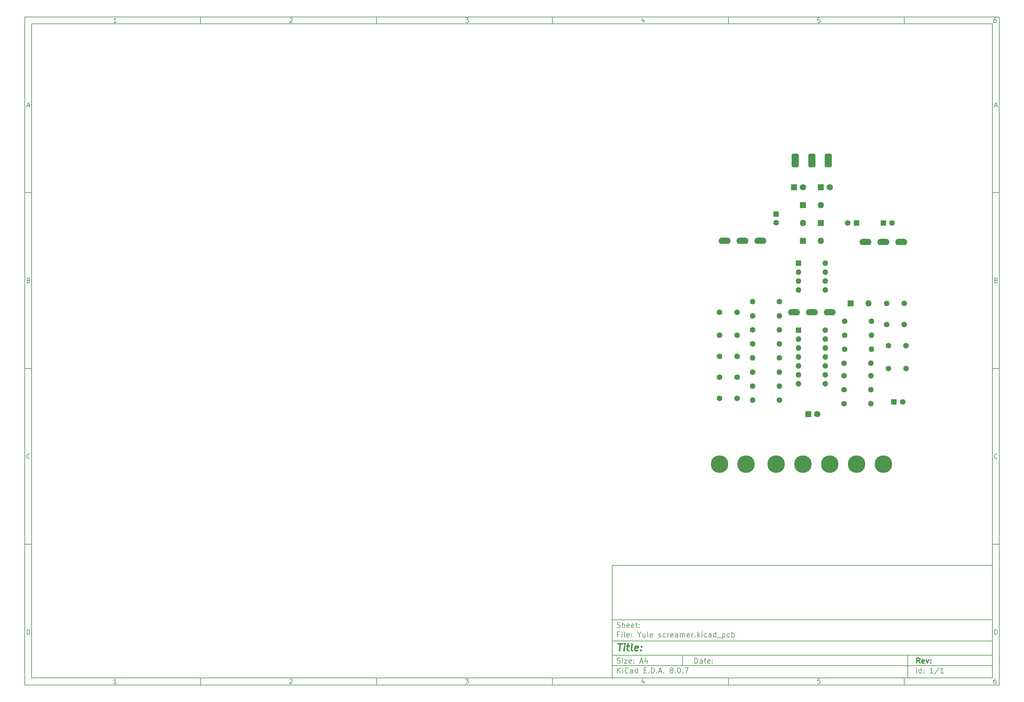
<source format=gbr>
%TF.GenerationSoftware,KiCad,Pcbnew,8.0.7*%
%TF.CreationDate,2024-12-12T07:23:30-07:00*%
%TF.ProjectId,Yule screamer,59756c65-2073-4637-9265-616d65722e6b,rev?*%
%TF.SameCoordinates,Original*%
%TF.FileFunction,Soldermask,Top*%
%TF.FilePolarity,Negative*%
%FSLAX46Y46*%
G04 Gerber Fmt 4.6, Leading zero omitted, Abs format (unit mm)*
G04 Created by KiCad (PCBNEW 8.0.7) date 2024-12-12 07:23:30*
%MOMM*%
%LPD*%
G01*
G04 APERTURE LIST*
G04 Aperture macros list*
%AMRoundRect*
0 Rectangle with rounded corners*
0 $1 Rounding radius*
0 $2 $3 $4 $5 $6 $7 $8 $9 X,Y pos of 4 corners*
0 Add a 4 corners polygon primitive as box body*
4,1,4,$2,$3,$4,$5,$6,$7,$8,$9,$2,$3,0*
0 Add four circle primitives for the rounded corners*
1,1,$1+$1,$2,$3*
1,1,$1+$1,$4,$5*
1,1,$1+$1,$6,$7*
1,1,$1+$1,$8,$9*
0 Add four rect primitives between the rounded corners*
20,1,$1+$1,$2,$3,$4,$5,0*
20,1,$1+$1,$4,$5,$6,$7,0*
20,1,$1+$1,$6,$7,$8,$9,0*
20,1,$1+$1,$8,$9,$2,$3,0*%
G04 Aperture macros list end*
%ADD10C,0.100000*%
%ADD11C,0.150000*%
%ADD12C,0.300000*%
%ADD13C,0.400000*%
%ADD14C,1.600000*%
%ADD15O,1.600000X1.600000*%
%ADD16C,2.900000*%
%ADD17C,5.000000*%
%ADD18R,1.800000X1.800000*%
%ADD19C,1.800000*%
%ADD20O,3.454400X1.778000*%
%ADD21R,1.600000X1.600000*%
%ADD22O,1.800000X1.800000*%
%ADD23RoundRect,0.525000X-0.525000X1.425000X-0.525000X-1.425000X0.525000X-1.425000X0.525000X1.425000X0*%
G04 APERTURE END LIST*
D10*
D11*
X177002200Y-166007200D02*
X285002200Y-166007200D01*
X285002200Y-198007200D01*
X177002200Y-198007200D01*
X177002200Y-166007200D01*
D10*
D11*
X10000000Y-10000000D02*
X287002200Y-10000000D01*
X287002200Y-200007200D01*
X10000000Y-200007200D01*
X10000000Y-10000000D01*
D10*
D11*
X12000000Y-12000000D02*
X285002200Y-12000000D01*
X285002200Y-198007200D01*
X12000000Y-198007200D01*
X12000000Y-12000000D01*
D10*
D11*
X60000000Y-12000000D02*
X60000000Y-10000000D01*
D10*
D11*
X110000000Y-12000000D02*
X110000000Y-10000000D01*
D10*
D11*
X160000000Y-12000000D02*
X160000000Y-10000000D01*
D10*
D11*
X210000000Y-12000000D02*
X210000000Y-10000000D01*
D10*
D11*
X260000000Y-12000000D02*
X260000000Y-10000000D01*
D10*
D11*
X36089160Y-11593604D02*
X35346303Y-11593604D01*
X35717731Y-11593604D02*
X35717731Y-10293604D01*
X35717731Y-10293604D02*
X35593922Y-10479319D01*
X35593922Y-10479319D02*
X35470112Y-10603128D01*
X35470112Y-10603128D02*
X35346303Y-10665033D01*
D10*
D11*
X85346303Y-10417414D02*
X85408207Y-10355509D01*
X85408207Y-10355509D02*
X85532017Y-10293604D01*
X85532017Y-10293604D02*
X85841541Y-10293604D01*
X85841541Y-10293604D02*
X85965350Y-10355509D01*
X85965350Y-10355509D02*
X86027255Y-10417414D01*
X86027255Y-10417414D02*
X86089160Y-10541223D01*
X86089160Y-10541223D02*
X86089160Y-10665033D01*
X86089160Y-10665033D02*
X86027255Y-10850747D01*
X86027255Y-10850747D02*
X85284398Y-11593604D01*
X85284398Y-11593604D02*
X86089160Y-11593604D01*
D10*
D11*
X135284398Y-10293604D02*
X136089160Y-10293604D01*
X136089160Y-10293604D02*
X135655826Y-10788842D01*
X135655826Y-10788842D02*
X135841541Y-10788842D01*
X135841541Y-10788842D02*
X135965350Y-10850747D01*
X135965350Y-10850747D02*
X136027255Y-10912652D01*
X136027255Y-10912652D02*
X136089160Y-11036461D01*
X136089160Y-11036461D02*
X136089160Y-11345985D01*
X136089160Y-11345985D02*
X136027255Y-11469795D01*
X136027255Y-11469795D02*
X135965350Y-11531700D01*
X135965350Y-11531700D02*
X135841541Y-11593604D01*
X135841541Y-11593604D02*
X135470112Y-11593604D01*
X135470112Y-11593604D02*
X135346303Y-11531700D01*
X135346303Y-11531700D02*
X135284398Y-11469795D01*
D10*
D11*
X185965350Y-10726938D02*
X185965350Y-11593604D01*
X185655826Y-10231700D02*
X185346303Y-11160271D01*
X185346303Y-11160271D02*
X186151064Y-11160271D01*
D10*
D11*
X236027255Y-10293604D02*
X235408207Y-10293604D01*
X235408207Y-10293604D02*
X235346303Y-10912652D01*
X235346303Y-10912652D02*
X235408207Y-10850747D01*
X235408207Y-10850747D02*
X235532017Y-10788842D01*
X235532017Y-10788842D02*
X235841541Y-10788842D01*
X235841541Y-10788842D02*
X235965350Y-10850747D01*
X235965350Y-10850747D02*
X236027255Y-10912652D01*
X236027255Y-10912652D02*
X236089160Y-11036461D01*
X236089160Y-11036461D02*
X236089160Y-11345985D01*
X236089160Y-11345985D02*
X236027255Y-11469795D01*
X236027255Y-11469795D02*
X235965350Y-11531700D01*
X235965350Y-11531700D02*
X235841541Y-11593604D01*
X235841541Y-11593604D02*
X235532017Y-11593604D01*
X235532017Y-11593604D02*
X235408207Y-11531700D01*
X235408207Y-11531700D02*
X235346303Y-11469795D01*
D10*
D11*
X285965350Y-10293604D02*
X285717731Y-10293604D01*
X285717731Y-10293604D02*
X285593922Y-10355509D01*
X285593922Y-10355509D02*
X285532017Y-10417414D01*
X285532017Y-10417414D02*
X285408207Y-10603128D01*
X285408207Y-10603128D02*
X285346303Y-10850747D01*
X285346303Y-10850747D02*
X285346303Y-11345985D01*
X285346303Y-11345985D02*
X285408207Y-11469795D01*
X285408207Y-11469795D02*
X285470112Y-11531700D01*
X285470112Y-11531700D02*
X285593922Y-11593604D01*
X285593922Y-11593604D02*
X285841541Y-11593604D01*
X285841541Y-11593604D02*
X285965350Y-11531700D01*
X285965350Y-11531700D02*
X286027255Y-11469795D01*
X286027255Y-11469795D02*
X286089160Y-11345985D01*
X286089160Y-11345985D02*
X286089160Y-11036461D01*
X286089160Y-11036461D02*
X286027255Y-10912652D01*
X286027255Y-10912652D02*
X285965350Y-10850747D01*
X285965350Y-10850747D02*
X285841541Y-10788842D01*
X285841541Y-10788842D02*
X285593922Y-10788842D01*
X285593922Y-10788842D02*
X285470112Y-10850747D01*
X285470112Y-10850747D02*
X285408207Y-10912652D01*
X285408207Y-10912652D02*
X285346303Y-11036461D01*
D10*
D11*
X60000000Y-198007200D02*
X60000000Y-200007200D01*
D10*
D11*
X110000000Y-198007200D02*
X110000000Y-200007200D01*
D10*
D11*
X160000000Y-198007200D02*
X160000000Y-200007200D01*
D10*
D11*
X210000000Y-198007200D02*
X210000000Y-200007200D01*
D10*
D11*
X260000000Y-198007200D02*
X260000000Y-200007200D01*
D10*
D11*
X36089160Y-199600804D02*
X35346303Y-199600804D01*
X35717731Y-199600804D02*
X35717731Y-198300804D01*
X35717731Y-198300804D02*
X35593922Y-198486519D01*
X35593922Y-198486519D02*
X35470112Y-198610328D01*
X35470112Y-198610328D02*
X35346303Y-198672233D01*
D10*
D11*
X85346303Y-198424614D02*
X85408207Y-198362709D01*
X85408207Y-198362709D02*
X85532017Y-198300804D01*
X85532017Y-198300804D02*
X85841541Y-198300804D01*
X85841541Y-198300804D02*
X85965350Y-198362709D01*
X85965350Y-198362709D02*
X86027255Y-198424614D01*
X86027255Y-198424614D02*
X86089160Y-198548423D01*
X86089160Y-198548423D02*
X86089160Y-198672233D01*
X86089160Y-198672233D02*
X86027255Y-198857947D01*
X86027255Y-198857947D02*
X85284398Y-199600804D01*
X85284398Y-199600804D02*
X86089160Y-199600804D01*
D10*
D11*
X135284398Y-198300804D02*
X136089160Y-198300804D01*
X136089160Y-198300804D02*
X135655826Y-198796042D01*
X135655826Y-198796042D02*
X135841541Y-198796042D01*
X135841541Y-198796042D02*
X135965350Y-198857947D01*
X135965350Y-198857947D02*
X136027255Y-198919852D01*
X136027255Y-198919852D02*
X136089160Y-199043661D01*
X136089160Y-199043661D02*
X136089160Y-199353185D01*
X136089160Y-199353185D02*
X136027255Y-199476995D01*
X136027255Y-199476995D02*
X135965350Y-199538900D01*
X135965350Y-199538900D02*
X135841541Y-199600804D01*
X135841541Y-199600804D02*
X135470112Y-199600804D01*
X135470112Y-199600804D02*
X135346303Y-199538900D01*
X135346303Y-199538900D02*
X135284398Y-199476995D01*
D10*
D11*
X185965350Y-198734138D02*
X185965350Y-199600804D01*
X185655826Y-198238900D02*
X185346303Y-199167471D01*
X185346303Y-199167471D02*
X186151064Y-199167471D01*
D10*
D11*
X236027255Y-198300804D02*
X235408207Y-198300804D01*
X235408207Y-198300804D02*
X235346303Y-198919852D01*
X235346303Y-198919852D02*
X235408207Y-198857947D01*
X235408207Y-198857947D02*
X235532017Y-198796042D01*
X235532017Y-198796042D02*
X235841541Y-198796042D01*
X235841541Y-198796042D02*
X235965350Y-198857947D01*
X235965350Y-198857947D02*
X236027255Y-198919852D01*
X236027255Y-198919852D02*
X236089160Y-199043661D01*
X236089160Y-199043661D02*
X236089160Y-199353185D01*
X236089160Y-199353185D02*
X236027255Y-199476995D01*
X236027255Y-199476995D02*
X235965350Y-199538900D01*
X235965350Y-199538900D02*
X235841541Y-199600804D01*
X235841541Y-199600804D02*
X235532017Y-199600804D01*
X235532017Y-199600804D02*
X235408207Y-199538900D01*
X235408207Y-199538900D02*
X235346303Y-199476995D01*
D10*
D11*
X285965350Y-198300804D02*
X285717731Y-198300804D01*
X285717731Y-198300804D02*
X285593922Y-198362709D01*
X285593922Y-198362709D02*
X285532017Y-198424614D01*
X285532017Y-198424614D02*
X285408207Y-198610328D01*
X285408207Y-198610328D02*
X285346303Y-198857947D01*
X285346303Y-198857947D02*
X285346303Y-199353185D01*
X285346303Y-199353185D02*
X285408207Y-199476995D01*
X285408207Y-199476995D02*
X285470112Y-199538900D01*
X285470112Y-199538900D02*
X285593922Y-199600804D01*
X285593922Y-199600804D02*
X285841541Y-199600804D01*
X285841541Y-199600804D02*
X285965350Y-199538900D01*
X285965350Y-199538900D02*
X286027255Y-199476995D01*
X286027255Y-199476995D02*
X286089160Y-199353185D01*
X286089160Y-199353185D02*
X286089160Y-199043661D01*
X286089160Y-199043661D02*
X286027255Y-198919852D01*
X286027255Y-198919852D02*
X285965350Y-198857947D01*
X285965350Y-198857947D02*
X285841541Y-198796042D01*
X285841541Y-198796042D02*
X285593922Y-198796042D01*
X285593922Y-198796042D02*
X285470112Y-198857947D01*
X285470112Y-198857947D02*
X285408207Y-198919852D01*
X285408207Y-198919852D02*
X285346303Y-199043661D01*
D10*
D11*
X10000000Y-60000000D02*
X12000000Y-60000000D01*
D10*
D11*
X10000000Y-110000000D02*
X12000000Y-110000000D01*
D10*
D11*
X10000000Y-160000000D02*
X12000000Y-160000000D01*
D10*
D11*
X10690476Y-35222176D02*
X11309523Y-35222176D01*
X10566666Y-35593604D02*
X10999999Y-34293604D01*
X10999999Y-34293604D02*
X11433333Y-35593604D01*
D10*
D11*
X11092857Y-84912652D02*
X11278571Y-84974557D01*
X11278571Y-84974557D02*
X11340476Y-85036461D01*
X11340476Y-85036461D02*
X11402380Y-85160271D01*
X11402380Y-85160271D02*
X11402380Y-85345985D01*
X11402380Y-85345985D02*
X11340476Y-85469795D01*
X11340476Y-85469795D02*
X11278571Y-85531700D01*
X11278571Y-85531700D02*
X11154761Y-85593604D01*
X11154761Y-85593604D02*
X10659523Y-85593604D01*
X10659523Y-85593604D02*
X10659523Y-84293604D01*
X10659523Y-84293604D02*
X11092857Y-84293604D01*
X11092857Y-84293604D02*
X11216666Y-84355509D01*
X11216666Y-84355509D02*
X11278571Y-84417414D01*
X11278571Y-84417414D02*
X11340476Y-84541223D01*
X11340476Y-84541223D02*
X11340476Y-84665033D01*
X11340476Y-84665033D02*
X11278571Y-84788842D01*
X11278571Y-84788842D02*
X11216666Y-84850747D01*
X11216666Y-84850747D02*
X11092857Y-84912652D01*
X11092857Y-84912652D02*
X10659523Y-84912652D01*
D10*
D11*
X11402380Y-135469795D02*
X11340476Y-135531700D01*
X11340476Y-135531700D02*
X11154761Y-135593604D01*
X11154761Y-135593604D02*
X11030952Y-135593604D01*
X11030952Y-135593604D02*
X10845238Y-135531700D01*
X10845238Y-135531700D02*
X10721428Y-135407890D01*
X10721428Y-135407890D02*
X10659523Y-135284080D01*
X10659523Y-135284080D02*
X10597619Y-135036461D01*
X10597619Y-135036461D02*
X10597619Y-134850747D01*
X10597619Y-134850747D02*
X10659523Y-134603128D01*
X10659523Y-134603128D02*
X10721428Y-134479319D01*
X10721428Y-134479319D02*
X10845238Y-134355509D01*
X10845238Y-134355509D02*
X11030952Y-134293604D01*
X11030952Y-134293604D02*
X11154761Y-134293604D01*
X11154761Y-134293604D02*
X11340476Y-134355509D01*
X11340476Y-134355509D02*
X11402380Y-134417414D01*
D10*
D11*
X10659523Y-185593604D02*
X10659523Y-184293604D01*
X10659523Y-184293604D02*
X10969047Y-184293604D01*
X10969047Y-184293604D02*
X11154761Y-184355509D01*
X11154761Y-184355509D02*
X11278571Y-184479319D01*
X11278571Y-184479319D02*
X11340476Y-184603128D01*
X11340476Y-184603128D02*
X11402380Y-184850747D01*
X11402380Y-184850747D02*
X11402380Y-185036461D01*
X11402380Y-185036461D02*
X11340476Y-185284080D01*
X11340476Y-185284080D02*
X11278571Y-185407890D01*
X11278571Y-185407890D02*
X11154761Y-185531700D01*
X11154761Y-185531700D02*
X10969047Y-185593604D01*
X10969047Y-185593604D02*
X10659523Y-185593604D01*
D10*
D11*
X287002200Y-60000000D02*
X285002200Y-60000000D01*
D10*
D11*
X287002200Y-110000000D02*
X285002200Y-110000000D01*
D10*
D11*
X287002200Y-160000000D02*
X285002200Y-160000000D01*
D10*
D11*
X285692676Y-35222176D02*
X286311723Y-35222176D01*
X285568866Y-35593604D02*
X286002199Y-34293604D01*
X286002199Y-34293604D02*
X286435533Y-35593604D01*
D10*
D11*
X286095057Y-84912652D02*
X286280771Y-84974557D01*
X286280771Y-84974557D02*
X286342676Y-85036461D01*
X286342676Y-85036461D02*
X286404580Y-85160271D01*
X286404580Y-85160271D02*
X286404580Y-85345985D01*
X286404580Y-85345985D02*
X286342676Y-85469795D01*
X286342676Y-85469795D02*
X286280771Y-85531700D01*
X286280771Y-85531700D02*
X286156961Y-85593604D01*
X286156961Y-85593604D02*
X285661723Y-85593604D01*
X285661723Y-85593604D02*
X285661723Y-84293604D01*
X285661723Y-84293604D02*
X286095057Y-84293604D01*
X286095057Y-84293604D02*
X286218866Y-84355509D01*
X286218866Y-84355509D02*
X286280771Y-84417414D01*
X286280771Y-84417414D02*
X286342676Y-84541223D01*
X286342676Y-84541223D02*
X286342676Y-84665033D01*
X286342676Y-84665033D02*
X286280771Y-84788842D01*
X286280771Y-84788842D02*
X286218866Y-84850747D01*
X286218866Y-84850747D02*
X286095057Y-84912652D01*
X286095057Y-84912652D02*
X285661723Y-84912652D01*
D10*
D11*
X286404580Y-135469795D02*
X286342676Y-135531700D01*
X286342676Y-135531700D02*
X286156961Y-135593604D01*
X286156961Y-135593604D02*
X286033152Y-135593604D01*
X286033152Y-135593604D02*
X285847438Y-135531700D01*
X285847438Y-135531700D02*
X285723628Y-135407890D01*
X285723628Y-135407890D02*
X285661723Y-135284080D01*
X285661723Y-135284080D02*
X285599819Y-135036461D01*
X285599819Y-135036461D02*
X285599819Y-134850747D01*
X285599819Y-134850747D02*
X285661723Y-134603128D01*
X285661723Y-134603128D02*
X285723628Y-134479319D01*
X285723628Y-134479319D02*
X285847438Y-134355509D01*
X285847438Y-134355509D02*
X286033152Y-134293604D01*
X286033152Y-134293604D02*
X286156961Y-134293604D01*
X286156961Y-134293604D02*
X286342676Y-134355509D01*
X286342676Y-134355509D02*
X286404580Y-134417414D01*
D10*
D11*
X285661723Y-185593604D02*
X285661723Y-184293604D01*
X285661723Y-184293604D02*
X285971247Y-184293604D01*
X285971247Y-184293604D02*
X286156961Y-184355509D01*
X286156961Y-184355509D02*
X286280771Y-184479319D01*
X286280771Y-184479319D02*
X286342676Y-184603128D01*
X286342676Y-184603128D02*
X286404580Y-184850747D01*
X286404580Y-184850747D02*
X286404580Y-185036461D01*
X286404580Y-185036461D02*
X286342676Y-185284080D01*
X286342676Y-185284080D02*
X286280771Y-185407890D01*
X286280771Y-185407890D02*
X286156961Y-185531700D01*
X286156961Y-185531700D02*
X285971247Y-185593604D01*
X285971247Y-185593604D02*
X285661723Y-185593604D01*
D10*
D11*
X200458026Y-193793328D02*
X200458026Y-192293328D01*
X200458026Y-192293328D02*
X200815169Y-192293328D01*
X200815169Y-192293328D02*
X201029455Y-192364757D01*
X201029455Y-192364757D02*
X201172312Y-192507614D01*
X201172312Y-192507614D02*
X201243741Y-192650471D01*
X201243741Y-192650471D02*
X201315169Y-192936185D01*
X201315169Y-192936185D02*
X201315169Y-193150471D01*
X201315169Y-193150471D02*
X201243741Y-193436185D01*
X201243741Y-193436185D02*
X201172312Y-193579042D01*
X201172312Y-193579042D02*
X201029455Y-193721900D01*
X201029455Y-193721900D02*
X200815169Y-193793328D01*
X200815169Y-193793328D02*
X200458026Y-193793328D01*
X202600884Y-193793328D02*
X202600884Y-193007614D01*
X202600884Y-193007614D02*
X202529455Y-192864757D01*
X202529455Y-192864757D02*
X202386598Y-192793328D01*
X202386598Y-192793328D02*
X202100884Y-192793328D01*
X202100884Y-192793328D02*
X201958026Y-192864757D01*
X202600884Y-193721900D02*
X202458026Y-193793328D01*
X202458026Y-193793328D02*
X202100884Y-193793328D01*
X202100884Y-193793328D02*
X201958026Y-193721900D01*
X201958026Y-193721900D02*
X201886598Y-193579042D01*
X201886598Y-193579042D02*
X201886598Y-193436185D01*
X201886598Y-193436185D02*
X201958026Y-193293328D01*
X201958026Y-193293328D02*
X202100884Y-193221900D01*
X202100884Y-193221900D02*
X202458026Y-193221900D01*
X202458026Y-193221900D02*
X202600884Y-193150471D01*
X203100884Y-192793328D02*
X203672312Y-192793328D01*
X203315169Y-192293328D02*
X203315169Y-193579042D01*
X203315169Y-193579042D02*
X203386598Y-193721900D01*
X203386598Y-193721900D02*
X203529455Y-193793328D01*
X203529455Y-193793328D02*
X203672312Y-193793328D01*
X204743741Y-193721900D02*
X204600884Y-193793328D01*
X204600884Y-193793328D02*
X204315170Y-193793328D01*
X204315170Y-193793328D02*
X204172312Y-193721900D01*
X204172312Y-193721900D02*
X204100884Y-193579042D01*
X204100884Y-193579042D02*
X204100884Y-193007614D01*
X204100884Y-193007614D02*
X204172312Y-192864757D01*
X204172312Y-192864757D02*
X204315170Y-192793328D01*
X204315170Y-192793328D02*
X204600884Y-192793328D01*
X204600884Y-192793328D02*
X204743741Y-192864757D01*
X204743741Y-192864757D02*
X204815170Y-193007614D01*
X204815170Y-193007614D02*
X204815170Y-193150471D01*
X204815170Y-193150471D02*
X204100884Y-193293328D01*
X205458026Y-193650471D02*
X205529455Y-193721900D01*
X205529455Y-193721900D02*
X205458026Y-193793328D01*
X205458026Y-193793328D02*
X205386598Y-193721900D01*
X205386598Y-193721900D02*
X205458026Y-193650471D01*
X205458026Y-193650471D02*
X205458026Y-193793328D01*
X205458026Y-192864757D02*
X205529455Y-192936185D01*
X205529455Y-192936185D02*
X205458026Y-193007614D01*
X205458026Y-193007614D02*
X205386598Y-192936185D01*
X205386598Y-192936185D02*
X205458026Y-192864757D01*
X205458026Y-192864757D02*
X205458026Y-193007614D01*
D10*
D11*
X177002200Y-194507200D02*
X285002200Y-194507200D01*
D10*
D11*
X178458026Y-196593328D02*
X178458026Y-195093328D01*
X179315169Y-196593328D02*
X178672312Y-195736185D01*
X179315169Y-195093328D02*
X178458026Y-195950471D01*
X179958026Y-196593328D02*
X179958026Y-195593328D01*
X179958026Y-195093328D02*
X179886598Y-195164757D01*
X179886598Y-195164757D02*
X179958026Y-195236185D01*
X179958026Y-195236185D02*
X180029455Y-195164757D01*
X180029455Y-195164757D02*
X179958026Y-195093328D01*
X179958026Y-195093328D02*
X179958026Y-195236185D01*
X181529455Y-196450471D02*
X181458027Y-196521900D01*
X181458027Y-196521900D02*
X181243741Y-196593328D01*
X181243741Y-196593328D02*
X181100884Y-196593328D01*
X181100884Y-196593328D02*
X180886598Y-196521900D01*
X180886598Y-196521900D02*
X180743741Y-196379042D01*
X180743741Y-196379042D02*
X180672312Y-196236185D01*
X180672312Y-196236185D02*
X180600884Y-195950471D01*
X180600884Y-195950471D02*
X180600884Y-195736185D01*
X180600884Y-195736185D02*
X180672312Y-195450471D01*
X180672312Y-195450471D02*
X180743741Y-195307614D01*
X180743741Y-195307614D02*
X180886598Y-195164757D01*
X180886598Y-195164757D02*
X181100884Y-195093328D01*
X181100884Y-195093328D02*
X181243741Y-195093328D01*
X181243741Y-195093328D02*
X181458027Y-195164757D01*
X181458027Y-195164757D02*
X181529455Y-195236185D01*
X182815170Y-196593328D02*
X182815170Y-195807614D01*
X182815170Y-195807614D02*
X182743741Y-195664757D01*
X182743741Y-195664757D02*
X182600884Y-195593328D01*
X182600884Y-195593328D02*
X182315170Y-195593328D01*
X182315170Y-195593328D02*
X182172312Y-195664757D01*
X182815170Y-196521900D02*
X182672312Y-196593328D01*
X182672312Y-196593328D02*
X182315170Y-196593328D01*
X182315170Y-196593328D02*
X182172312Y-196521900D01*
X182172312Y-196521900D02*
X182100884Y-196379042D01*
X182100884Y-196379042D02*
X182100884Y-196236185D01*
X182100884Y-196236185D02*
X182172312Y-196093328D01*
X182172312Y-196093328D02*
X182315170Y-196021900D01*
X182315170Y-196021900D02*
X182672312Y-196021900D01*
X182672312Y-196021900D02*
X182815170Y-195950471D01*
X184172313Y-196593328D02*
X184172313Y-195093328D01*
X184172313Y-196521900D02*
X184029455Y-196593328D01*
X184029455Y-196593328D02*
X183743741Y-196593328D01*
X183743741Y-196593328D02*
X183600884Y-196521900D01*
X183600884Y-196521900D02*
X183529455Y-196450471D01*
X183529455Y-196450471D02*
X183458027Y-196307614D01*
X183458027Y-196307614D02*
X183458027Y-195879042D01*
X183458027Y-195879042D02*
X183529455Y-195736185D01*
X183529455Y-195736185D02*
X183600884Y-195664757D01*
X183600884Y-195664757D02*
X183743741Y-195593328D01*
X183743741Y-195593328D02*
X184029455Y-195593328D01*
X184029455Y-195593328D02*
X184172313Y-195664757D01*
X186029455Y-195807614D02*
X186529455Y-195807614D01*
X186743741Y-196593328D02*
X186029455Y-196593328D01*
X186029455Y-196593328D02*
X186029455Y-195093328D01*
X186029455Y-195093328D02*
X186743741Y-195093328D01*
X187386598Y-196450471D02*
X187458027Y-196521900D01*
X187458027Y-196521900D02*
X187386598Y-196593328D01*
X187386598Y-196593328D02*
X187315170Y-196521900D01*
X187315170Y-196521900D02*
X187386598Y-196450471D01*
X187386598Y-196450471D02*
X187386598Y-196593328D01*
X188100884Y-196593328D02*
X188100884Y-195093328D01*
X188100884Y-195093328D02*
X188458027Y-195093328D01*
X188458027Y-195093328D02*
X188672313Y-195164757D01*
X188672313Y-195164757D02*
X188815170Y-195307614D01*
X188815170Y-195307614D02*
X188886599Y-195450471D01*
X188886599Y-195450471D02*
X188958027Y-195736185D01*
X188958027Y-195736185D02*
X188958027Y-195950471D01*
X188958027Y-195950471D02*
X188886599Y-196236185D01*
X188886599Y-196236185D02*
X188815170Y-196379042D01*
X188815170Y-196379042D02*
X188672313Y-196521900D01*
X188672313Y-196521900D02*
X188458027Y-196593328D01*
X188458027Y-196593328D02*
X188100884Y-196593328D01*
X189600884Y-196450471D02*
X189672313Y-196521900D01*
X189672313Y-196521900D02*
X189600884Y-196593328D01*
X189600884Y-196593328D02*
X189529456Y-196521900D01*
X189529456Y-196521900D02*
X189600884Y-196450471D01*
X189600884Y-196450471D02*
X189600884Y-196593328D01*
X190243742Y-196164757D02*
X190958028Y-196164757D01*
X190100885Y-196593328D02*
X190600885Y-195093328D01*
X190600885Y-195093328D02*
X191100885Y-196593328D01*
X191600884Y-196450471D02*
X191672313Y-196521900D01*
X191672313Y-196521900D02*
X191600884Y-196593328D01*
X191600884Y-196593328D02*
X191529456Y-196521900D01*
X191529456Y-196521900D02*
X191600884Y-196450471D01*
X191600884Y-196450471D02*
X191600884Y-196593328D01*
X193672313Y-195736185D02*
X193529456Y-195664757D01*
X193529456Y-195664757D02*
X193458027Y-195593328D01*
X193458027Y-195593328D02*
X193386599Y-195450471D01*
X193386599Y-195450471D02*
X193386599Y-195379042D01*
X193386599Y-195379042D02*
X193458027Y-195236185D01*
X193458027Y-195236185D02*
X193529456Y-195164757D01*
X193529456Y-195164757D02*
X193672313Y-195093328D01*
X193672313Y-195093328D02*
X193958027Y-195093328D01*
X193958027Y-195093328D02*
X194100885Y-195164757D01*
X194100885Y-195164757D02*
X194172313Y-195236185D01*
X194172313Y-195236185D02*
X194243742Y-195379042D01*
X194243742Y-195379042D02*
X194243742Y-195450471D01*
X194243742Y-195450471D02*
X194172313Y-195593328D01*
X194172313Y-195593328D02*
X194100885Y-195664757D01*
X194100885Y-195664757D02*
X193958027Y-195736185D01*
X193958027Y-195736185D02*
X193672313Y-195736185D01*
X193672313Y-195736185D02*
X193529456Y-195807614D01*
X193529456Y-195807614D02*
X193458027Y-195879042D01*
X193458027Y-195879042D02*
X193386599Y-196021900D01*
X193386599Y-196021900D02*
X193386599Y-196307614D01*
X193386599Y-196307614D02*
X193458027Y-196450471D01*
X193458027Y-196450471D02*
X193529456Y-196521900D01*
X193529456Y-196521900D02*
X193672313Y-196593328D01*
X193672313Y-196593328D02*
X193958027Y-196593328D01*
X193958027Y-196593328D02*
X194100885Y-196521900D01*
X194100885Y-196521900D02*
X194172313Y-196450471D01*
X194172313Y-196450471D02*
X194243742Y-196307614D01*
X194243742Y-196307614D02*
X194243742Y-196021900D01*
X194243742Y-196021900D02*
X194172313Y-195879042D01*
X194172313Y-195879042D02*
X194100885Y-195807614D01*
X194100885Y-195807614D02*
X193958027Y-195736185D01*
X194886598Y-196450471D02*
X194958027Y-196521900D01*
X194958027Y-196521900D02*
X194886598Y-196593328D01*
X194886598Y-196593328D02*
X194815170Y-196521900D01*
X194815170Y-196521900D02*
X194886598Y-196450471D01*
X194886598Y-196450471D02*
X194886598Y-196593328D01*
X195886599Y-195093328D02*
X196029456Y-195093328D01*
X196029456Y-195093328D02*
X196172313Y-195164757D01*
X196172313Y-195164757D02*
X196243742Y-195236185D01*
X196243742Y-195236185D02*
X196315170Y-195379042D01*
X196315170Y-195379042D02*
X196386599Y-195664757D01*
X196386599Y-195664757D02*
X196386599Y-196021900D01*
X196386599Y-196021900D02*
X196315170Y-196307614D01*
X196315170Y-196307614D02*
X196243742Y-196450471D01*
X196243742Y-196450471D02*
X196172313Y-196521900D01*
X196172313Y-196521900D02*
X196029456Y-196593328D01*
X196029456Y-196593328D02*
X195886599Y-196593328D01*
X195886599Y-196593328D02*
X195743742Y-196521900D01*
X195743742Y-196521900D02*
X195672313Y-196450471D01*
X195672313Y-196450471D02*
X195600884Y-196307614D01*
X195600884Y-196307614D02*
X195529456Y-196021900D01*
X195529456Y-196021900D02*
X195529456Y-195664757D01*
X195529456Y-195664757D02*
X195600884Y-195379042D01*
X195600884Y-195379042D02*
X195672313Y-195236185D01*
X195672313Y-195236185D02*
X195743742Y-195164757D01*
X195743742Y-195164757D02*
X195886599Y-195093328D01*
X197029455Y-196450471D02*
X197100884Y-196521900D01*
X197100884Y-196521900D02*
X197029455Y-196593328D01*
X197029455Y-196593328D02*
X196958027Y-196521900D01*
X196958027Y-196521900D02*
X197029455Y-196450471D01*
X197029455Y-196450471D02*
X197029455Y-196593328D01*
X197600884Y-195093328D02*
X198600884Y-195093328D01*
X198600884Y-195093328D02*
X197958027Y-196593328D01*
D10*
D11*
X177002200Y-191507200D02*
X285002200Y-191507200D01*
D10*
D12*
X264413853Y-193785528D02*
X263913853Y-193071242D01*
X263556710Y-193785528D02*
X263556710Y-192285528D01*
X263556710Y-192285528D02*
X264128139Y-192285528D01*
X264128139Y-192285528D02*
X264270996Y-192356957D01*
X264270996Y-192356957D02*
X264342425Y-192428385D01*
X264342425Y-192428385D02*
X264413853Y-192571242D01*
X264413853Y-192571242D02*
X264413853Y-192785528D01*
X264413853Y-192785528D02*
X264342425Y-192928385D01*
X264342425Y-192928385D02*
X264270996Y-192999814D01*
X264270996Y-192999814D02*
X264128139Y-193071242D01*
X264128139Y-193071242D02*
X263556710Y-193071242D01*
X265628139Y-193714100D02*
X265485282Y-193785528D01*
X265485282Y-193785528D02*
X265199568Y-193785528D01*
X265199568Y-193785528D02*
X265056710Y-193714100D01*
X265056710Y-193714100D02*
X264985282Y-193571242D01*
X264985282Y-193571242D02*
X264985282Y-192999814D01*
X264985282Y-192999814D02*
X265056710Y-192856957D01*
X265056710Y-192856957D02*
X265199568Y-192785528D01*
X265199568Y-192785528D02*
X265485282Y-192785528D01*
X265485282Y-192785528D02*
X265628139Y-192856957D01*
X265628139Y-192856957D02*
X265699568Y-192999814D01*
X265699568Y-192999814D02*
X265699568Y-193142671D01*
X265699568Y-193142671D02*
X264985282Y-193285528D01*
X266199567Y-192785528D02*
X266556710Y-193785528D01*
X266556710Y-193785528D02*
X266913853Y-192785528D01*
X267485281Y-193642671D02*
X267556710Y-193714100D01*
X267556710Y-193714100D02*
X267485281Y-193785528D01*
X267485281Y-193785528D02*
X267413853Y-193714100D01*
X267413853Y-193714100D02*
X267485281Y-193642671D01*
X267485281Y-193642671D02*
X267485281Y-193785528D01*
X267485281Y-192856957D02*
X267556710Y-192928385D01*
X267556710Y-192928385D02*
X267485281Y-192999814D01*
X267485281Y-192999814D02*
X267413853Y-192928385D01*
X267413853Y-192928385D02*
X267485281Y-192856957D01*
X267485281Y-192856957D02*
X267485281Y-192999814D01*
D10*
D11*
X178386598Y-193721900D02*
X178600884Y-193793328D01*
X178600884Y-193793328D02*
X178958026Y-193793328D01*
X178958026Y-193793328D02*
X179100884Y-193721900D01*
X179100884Y-193721900D02*
X179172312Y-193650471D01*
X179172312Y-193650471D02*
X179243741Y-193507614D01*
X179243741Y-193507614D02*
X179243741Y-193364757D01*
X179243741Y-193364757D02*
X179172312Y-193221900D01*
X179172312Y-193221900D02*
X179100884Y-193150471D01*
X179100884Y-193150471D02*
X178958026Y-193079042D01*
X178958026Y-193079042D02*
X178672312Y-193007614D01*
X178672312Y-193007614D02*
X178529455Y-192936185D01*
X178529455Y-192936185D02*
X178458026Y-192864757D01*
X178458026Y-192864757D02*
X178386598Y-192721900D01*
X178386598Y-192721900D02*
X178386598Y-192579042D01*
X178386598Y-192579042D02*
X178458026Y-192436185D01*
X178458026Y-192436185D02*
X178529455Y-192364757D01*
X178529455Y-192364757D02*
X178672312Y-192293328D01*
X178672312Y-192293328D02*
X179029455Y-192293328D01*
X179029455Y-192293328D02*
X179243741Y-192364757D01*
X179886597Y-193793328D02*
X179886597Y-192793328D01*
X179886597Y-192293328D02*
X179815169Y-192364757D01*
X179815169Y-192364757D02*
X179886597Y-192436185D01*
X179886597Y-192436185D02*
X179958026Y-192364757D01*
X179958026Y-192364757D02*
X179886597Y-192293328D01*
X179886597Y-192293328D02*
X179886597Y-192436185D01*
X180458026Y-192793328D02*
X181243741Y-192793328D01*
X181243741Y-192793328D02*
X180458026Y-193793328D01*
X180458026Y-193793328D02*
X181243741Y-193793328D01*
X182386598Y-193721900D02*
X182243741Y-193793328D01*
X182243741Y-193793328D02*
X181958027Y-193793328D01*
X181958027Y-193793328D02*
X181815169Y-193721900D01*
X181815169Y-193721900D02*
X181743741Y-193579042D01*
X181743741Y-193579042D02*
X181743741Y-193007614D01*
X181743741Y-193007614D02*
X181815169Y-192864757D01*
X181815169Y-192864757D02*
X181958027Y-192793328D01*
X181958027Y-192793328D02*
X182243741Y-192793328D01*
X182243741Y-192793328D02*
X182386598Y-192864757D01*
X182386598Y-192864757D02*
X182458027Y-193007614D01*
X182458027Y-193007614D02*
X182458027Y-193150471D01*
X182458027Y-193150471D02*
X181743741Y-193293328D01*
X183100883Y-193650471D02*
X183172312Y-193721900D01*
X183172312Y-193721900D02*
X183100883Y-193793328D01*
X183100883Y-193793328D02*
X183029455Y-193721900D01*
X183029455Y-193721900D02*
X183100883Y-193650471D01*
X183100883Y-193650471D02*
X183100883Y-193793328D01*
X183100883Y-192864757D02*
X183172312Y-192936185D01*
X183172312Y-192936185D02*
X183100883Y-193007614D01*
X183100883Y-193007614D02*
X183029455Y-192936185D01*
X183029455Y-192936185D02*
X183100883Y-192864757D01*
X183100883Y-192864757D02*
X183100883Y-193007614D01*
X184886598Y-193364757D02*
X185600884Y-193364757D01*
X184743741Y-193793328D02*
X185243741Y-192293328D01*
X185243741Y-192293328D02*
X185743741Y-193793328D01*
X186886598Y-192793328D02*
X186886598Y-193793328D01*
X186529455Y-192221900D02*
X186172312Y-193293328D01*
X186172312Y-193293328D02*
X187100883Y-193293328D01*
D10*
D11*
X263458026Y-196593328D02*
X263458026Y-195093328D01*
X264815170Y-196593328D02*
X264815170Y-195093328D01*
X264815170Y-196521900D02*
X264672312Y-196593328D01*
X264672312Y-196593328D02*
X264386598Y-196593328D01*
X264386598Y-196593328D02*
X264243741Y-196521900D01*
X264243741Y-196521900D02*
X264172312Y-196450471D01*
X264172312Y-196450471D02*
X264100884Y-196307614D01*
X264100884Y-196307614D02*
X264100884Y-195879042D01*
X264100884Y-195879042D02*
X264172312Y-195736185D01*
X264172312Y-195736185D02*
X264243741Y-195664757D01*
X264243741Y-195664757D02*
X264386598Y-195593328D01*
X264386598Y-195593328D02*
X264672312Y-195593328D01*
X264672312Y-195593328D02*
X264815170Y-195664757D01*
X265529455Y-196450471D02*
X265600884Y-196521900D01*
X265600884Y-196521900D02*
X265529455Y-196593328D01*
X265529455Y-196593328D02*
X265458027Y-196521900D01*
X265458027Y-196521900D02*
X265529455Y-196450471D01*
X265529455Y-196450471D02*
X265529455Y-196593328D01*
X265529455Y-195664757D02*
X265600884Y-195736185D01*
X265600884Y-195736185D02*
X265529455Y-195807614D01*
X265529455Y-195807614D02*
X265458027Y-195736185D01*
X265458027Y-195736185D02*
X265529455Y-195664757D01*
X265529455Y-195664757D02*
X265529455Y-195807614D01*
X268172313Y-196593328D02*
X267315170Y-196593328D01*
X267743741Y-196593328D02*
X267743741Y-195093328D01*
X267743741Y-195093328D02*
X267600884Y-195307614D01*
X267600884Y-195307614D02*
X267458027Y-195450471D01*
X267458027Y-195450471D02*
X267315170Y-195521900D01*
X269886598Y-195021900D02*
X268600884Y-196950471D01*
X271172313Y-196593328D02*
X270315170Y-196593328D01*
X270743741Y-196593328D02*
X270743741Y-195093328D01*
X270743741Y-195093328D02*
X270600884Y-195307614D01*
X270600884Y-195307614D02*
X270458027Y-195450471D01*
X270458027Y-195450471D02*
X270315170Y-195521900D01*
D10*
D11*
X177002200Y-187507200D02*
X285002200Y-187507200D01*
D10*
D13*
X178693928Y-188211638D02*
X179836785Y-188211638D01*
X179015357Y-190211638D02*
X179265357Y-188211638D01*
X180253452Y-190211638D02*
X180420119Y-188878304D01*
X180503452Y-188211638D02*
X180396309Y-188306876D01*
X180396309Y-188306876D02*
X180479643Y-188402114D01*
X180479643Y-188402114D02*
X180586786Y-188306876D01*
X180586786Y-188306876D02*
X180503452Y-188211638D01*
X180503452Y-188211638D02*
X180479643Y-188402114D01*
X181086786Y-188878304D02*
X181848690Y-188878304D01*
X181455833Y-188211638D02*
X181241548Y-189925923D01*
X181241548Y-189925923D02*
X181312976Y-190116400D01*
X181312976Y-190116400D02*
X181491548Y-190211638D01*
X181491548Y-190211638D02*
X181682024Y-190211638D01*
X182634405Y-190211638D02*
X182455833Y-190116400D01*
X182455833Y-190116400D02*
X182384405Y-189925923D01*
X182384405Y-189925923D02*
X182598690Y-188211638D01*
X184170119Y-190116400D02*
X183967738Y-190211638D01*
X183967738Y-190211638D02*
X183586785Y-190211638D01*
X183586785Y-190211638D02*
X183408214Y-190116400D01*
X183408214Y-190116400D02*
X183336785Y-189925923D01*
X183336785Y-189925923D02*
X183432024Y-189164019D01*
X183432024Y-189164019D02*
X183551071Y-188973542D01*
X183551071Y-188973542D02*
X183753452Y-188878304D01*
X183753452Y-188878304D02*
X184134404Y-188878304D01*
X184134404Y-188878304D02*
X184312976Y-188973542D01*
X184312976Y-188973542D02*
X184384404Y-189164019D01*
X184384404Y-189164019D02*
X184360595Y-189354495D01*
X184360595Y-189354495D02*
X183384404Y-189544971D01*
X185134405Y-190021161D02*
X185217738Y-190116400D01*
X185217738Y-190116400D02*
X185110595Y-190211638D01*
X185110595Y-190211638D02*
X185027262Y-190116400D01*
X185027262Y-190116400D02*
X185134405Y-190021161D01*
X185134405Y-190021161D02*
X185110595Y-190211638D01*
X185265357Y-188973542D02*
X185348690Y-189068780D01*
X185348690Y-189068780D02*
X185241548Y-189164019D01*
X185241548Y-189164019D02*
X185158214Y-189068780D01*
X185158214Y-189068780D02*
X185265357Y-188973542D01*
X185265357Y-188973542D02*
X185241548Y-189164019D01*
D10*
D11*
X178958026Y-185607614D02*
X178458026Y-185607614D01*
X178458026Y-186393328D02*
X178458026Y-184893328D01*
X178458026Y-184893328D02*
X179172312Y-184893328D01*
X179743740Y-186393328D02*
X179743740Y-185393328D01*
X179743740Y-184893328D02*
X179672312Y-184964757D01*
X179672312Y-184964757D02*
X179743740Y-185036185D01*
X179743740Y-185036185D02*
X179815169Y-184964757D01*
X179815169Y-184964757D02*
X179743740Y-184893328D01*
X179743740Y-184893328D02*
X179743740Y-185036185D01*
X180672312Y-186393328D02*
X180529455Y-186321900D01*
X180529455Y-186321900D02*
X180458026Y-186179042D01*
X180458026Y-186179042D02*
X180458026Y-184893328D01*
X181815169Y-186321900D02*
X181672312Y-186393328D01*
X181672312Y-186393328D02*
X181386598Y-186393328D01*
X181386598Y-186393328D02*
X181243740Y-186321900D01*
X181243740Y-186321900D02*
X181172312Y-186179042D01*
X181172312Y-186179042D02*
X181172312Y-185607614D01*
X181172312Y-185607614D02*
X181243740Y-185464757D01*
X181243740Y-185464757D02*
X181386598Y-185393328D01*
X181386598Y-185393328D02*
X181672312Y-185393328D01*
X181672312Y-185393328D02*
X181815169Y-185464757D01*
X181815169Y-185464757D02*
X181886598Y-185607614D01*
X181886598Y-185607614D02*
X181886598Y-185750471D01*
X181886598Y-185750471D02*
X181172312Y-185893328D01*
X182529454Y-186250471D02*
X182600883Y-186321900D01*
X182600883Y-186321900D02*
X182529454Y-186393328D01*
X182529454Y-186393328D02*
X182458026Y-186321900D01*
X182458026Y-186321900D02*
X182529454Y-186250471D01*
X182529454Y-186250471D02*
X182529454Y-186393328D01*
X182529454Y-185464757D02*
X182600883Y-185536185D01*
X182600883Y-185536185D02*
X182529454Y-185607614D01*
X182529454Y-185607614D02*
X182458026Y-185536185D01*
X182458026Y-185536185D02*
X182529454Y-185464757D01*
X182529454Y-185464757D02*
X182529454Y-185607614D01*
X184672312Y-185679042D02*
X184672312Y-186393328D01*
X184172312Y-184893328D02*
X184672312Y-185679042D01*
X184672312Y-185679042D02*
X185172312Y-184893328D01*
X186315169Y-185393328D02*
X186315169Y-186393328D01*
X185672311Y-185393328D02*
X185672311Y-186179042D01*
X185672311Y-186179042D02*
X185743740Y-186321900D01*
X185743740Y-186321900D02*
X185886597Y-186393328D01*
X185886597Y-186393328D02*
X186100883Y-186393328D01*
X186100883Y-186393328D02*
X186243740Y-186321900D01*
X186243740Y-186321900D02*
X186315169Y-186250471D01*
X187243740Y-186393328D02*
X187100883Y-186321900D01*
X187100883Y-186321900D02*
X187029454Y-186179042D01*
X187029454Y-186179042D02*
X187029454Y-184893328D01*
X188386597Y-186321900D02*
X188243740Y-186393328D01*
X188243740Y-186393328D02*
X187958026Y-186393328D01*
X187958026Y-186393328D02*
X187815168Y-186321900D01*
X187815168Y-186321900D02*
X187743740Y-186179042D01*
X187743740Y-186179042D02*
X187743740Y-185607614D01*
X187743740Y-185607614D02*
X187815168Y-185464757D01*
X187815168Y-185464757D02*
X187958026Y-185393328D01*
X187958026Y-185393328D02*
X188243740Y-185393328D01*
X188243740Y-185393328D02*
X188386597Y-185464757D01*
X188386597Y-185464757D02*
X188458026Y-185607614D01*
X188458026Y-185607614D02*
X188458026Y-185750471D01*
X188458026Y-185750471D02*
X187743740Y-185893328D01*
X190172311Y-186321900D02*
X190315168Y-186393328D01*
X190315168Y-186393328D02*
X190600882Y-186393328D01*
X190600882Y-186393328D02*
X190743739Y-186321900D01*
X190743739Y-186321900D02*
X190815168Y-186179042D01*
X190815168Y-186179042D02*
X190815168Y-186107614D01*
X190815168Y-186107614D02*
X190743739Y-185964757D01*
X190743739Y-185964757D02*
X190600882Y-185893328D01*
X190600882Y-185893328D02*
X190386597Y-185893328D01*
X190386597Y-185893328D02*
X190243739Y-185821900D01*
X190243739Y-185821900D02*
X190172311Y-185679042D01*
X190172311Y-185679042D02*
X190172311Y-185607614D01*
X190172311Y-185607614D02*
X190243739Y-185464757D01*
X190243739Y-185464757D02*
X190386597Y-185393328D01*
X190386597Y-185393328D02*
X190600882Y-185393328D01*
X190600882Y-185393328D02*
X190743739Y-185464757D01*
X192100883Y-186321900D02*
X191958025Y-186393328D01*
X191958025Y-186393328D02*
X191672311Y-186393328D01*
X191672311Y-186393328D02*
X191529454Y-186321900D01*
X191529454Y-186321900D02*
X191458025Y-186250471D01*
X191458025Y-186250471D02*
X191386597Y-186107614D01*
X191386597Y-186107614D02*
X191386597Y-185679042D01*
X191386597Y-185679042D02*
X191458025Y-185536185D01*
X191458025Y-185536185D02*
X191529454Y-185464757D01*
X191529454Y-185464757D02*
X191672311Y-185393328D01*
X191672311Y-185393328D02*
X191958025Y-185393328D01*
X191958025Y-185393328D02*
X192100883Y-185464757D01*
X192743739Y-186393328D02*
X192743739Y-185393328D01*
X192743739Y-185679042D02*
X192815168Y-185536185D01*
X192815168Y-185536185D02*
X192886597Y-185464757D01*
X192886597Y-185464757D02*
X193029454Y-185393328D01*
X193029454Y-185393328D02*
X193172311Y-185393328D01*
X194243739Y-186321900D02*
X194100882Y-186393328D01*
X194100882Y-186393328D02*
X193815168Y-186393328D01*
X193815168Y-186393328D02*
X193672310Y-186321900D01*
X193672310Y-186321900D02*
X193600882Y-186179042D01*
X193600882Y-186179042D02*
X193600882Y-185607614D01*
X193600882Y-185607614D02*
X193672310Y-185464757D01*
X193672310Y-185464757D02*
X193815168Y-185393328D01*
X193815168Y-185393328D02*
X194100882Y-185393328D01*
X194100882Y-185393328D02*
X194243739Y-185464757D01*
X194243739Y-185464757D02*
X194315168Y-185607614D01*
X194315168Y-185607614D02*
X194315168Y-185750471D01*
X194315168Y-185750471D02*
X193600882Y-185893328D01*
X195600882Y-186393328D02*
X195600882Y-185607614D01*
X195600882Y-185607614D02*
X195529453Y-185464757D01*
X195529453Y-185464757D02*
X195386596Y-185393328D01*
X195386596Y-185393328D02*
X195100882Y-185393328D01*
X195100882Y-185393328D02*
X194958024Y-185464757D01*
X195600882Y-186321900D02*
X195458024Y-186393328D01*
X195458024Y-186393328D02*
X195100882Y-186393328D01*
X195100882Y-186393328D02*
X194958024Y-186321900D01*
X194958024Y-186321900D02*
X194886596Y-186179042D01*
X194886596Y-186179042D02*
X194886596Y-186036185D01*
X194886596Y-186036185D02*
X194958024Y-185893328D01*
X194958024Y-185893328D02*
X195100882Y-185821900D01*
X195100882Y-185821900D02*
X195458024Y-185821900D01*
X195458024Y-185821900D02*
X195600882Y-185750471D01*
X196315167Y-186393328D02*
X196315167Y-185393328D01*
X196315167Y-185536185D02*
X196386596Y-185464757D01*
X196386596Y-185464757D02*
X196529453Y-185393328D01*
X196529453Y-185393328D02*
X196743739Y-185393328D01*
X196743739Y-185393328D02*
X196886596Y-185464757D01*
X196886596Y-185464757D02*
X196958025Y-185607614D01*
X196958025Y-185607614D02*
X196958025Y-186393328D01*
X196958025Y-185607614D02*
X197029453Y-185464757D01*
X197029453Y-185464757D02*
X197172310Y-185393328D01*
X197172310Y-185393328D02*
X197386596Y-185393328D01*
X197386596Y-185393328D02*
X197529453Y-185464757D01*
X197529453Y-185464757D02*
X197600882Y-185607614D01*
X197600882Y-185607614D02*
X197600882Y-186393328D01*
X198886596Y-186321900D02*
X198743739Y-186393328D01*
X198743739Y-186393328D02*
X198458025Y-186393328D01*
X198458025Y-186393328D02*
X198315167Y-186321900D01*
X198315167Y-186321900D02*
X198243739Y-186179042D01*
X198243739Y-186179042D02*
X198243739Y-185607614D01*
X198243739Y-185607614D02*
X198315167Y-185464757D01*
X198315167Y-185464757D02*
X198458025Y-185393328D01*
X198458025Y-185393328D02*
X198743739Y-185393328D01*
X198743739Y-185393328D02*
X198886596Y-185464757D01*
X198886596Y-185464757D02*
X198958025Y-185607614D01*
X198958025Y-185607614D02*
X198958025Y-185750471D01*
X198958025Y-185750471D02*
X198243739Y-185893328D01*
X199600881Y-186393328D02*
X199600881Y-185393328D01*
X199600881Y-185679042D02*
X199672310Y-185536185D01*
X199672310Y-185536185D02*
X199743739Y-185464757D01*
X199743739Y-185464757D02*
X199886596Y-185393328D01*
X199886596Y-185393328D02*
X200029453Y-185393328D01*
X200529452Y-186250471D02*
X200600881Y-186321900D01*
X200600881Y-186321900D02*
X200529452Y-186393328D01*
X200529452Y-186393328D02*
X200458024Y-186321900D01*
X200458024Y-186321900D02*
X200529452Y-186250471D01*
X200529452Y-186250471D02*
X200529452Y-186393328D01*
X201243738Y-186393328D02*
X201243738Y-184893328D01*
X201386596Y-185821900D02*
X201815167Y-186393328D01*
X201815167Y-185393328D02*
X201243738Y-185964757D01*
X202458024Y-186393328D02*
X202458024Y-185393328D01*
X202458024Y-184893328D02*
X202386596Y-184964757D01*
X202386596Y-184964757D02*
X202458024Y-185036185D01*
X202458024Y-185036185D02*
X202529453Y-184964757D01*
X202529453Y-184964757D02*
X202458024Y-184893328D01*
X202458024Y-184893328D02*
X202458024Y-185036185D01*
X203815168Y-186321900D02*
X203672310Y-186393328D01*
X203672310Y-186393328D02*
X203386596Y-186393328D01*
X203386596Y-186393328D02*
X203243739Y-186321900D01*
X203243739Y-186321900D02*
X203172310Y-186250471D01*
X203172310Y-186250471D02*
X203100882Y-186107614D01*
X203100882Y-186107614D02*
X203100882Y-185679042D01*
X203100882Y-185679042D02*
X203172310Y-185536185D01*
X203172310Y-185536185D02*
X203243739Y-185464757D01*
X203243739Y-185464757D02*
X203386596Y-185393328D01*
X203386596Y-185393328D02*
X203672310Y-185393328D01*
X203672310Y-185393328D02*
X203815168Y-185464757D01*
X205100882Y-186393328D02*
X205100882Y-185607614D01*
X205100882Y-185607614D02*
X205029453Y-185464757D01*
X205029453Y-185464757D02*
X204886596Y-185393328D01*
X204886596Y-185393328D02*
X204600882Y-185393328D01*
X204600882Y-185393328D02*
X204458024Y-185464757D01*
X205100882Y-186321900D02*
X204958024Y-186393328D01*
X204958024Y-186393328D02*
X204600882Y-186393328D01*
X204600882Y-186393328D02*
X204458024Y-186321900D01*
X204458024Y-186321900D02*
X204386596Y-186179042D01*
X204386596Y-186179042D02*
X204386596Y-186036185D01*
X204386596Y-186036185D02*
X204458024Y-185893328D01*
X204458024Y-185893328D02*
X204600882Y-185821900D01*
X204600882Y-185821900D02*
X204958024Y-185821900D01*
X204958024Y-185821900D02*
X205100882Y-185750471D01*
X206458025Y-186393328D02*
X206458025Y-184893328D01*
X206458025Y-186321900D02*
X206315167Y-186393328D01*
X206315167Y-186393328D02*
X206029453Y-186393328D01*
X206029453Y-186393328D02*
X205886596Y-186321900D01*
X205886596Y-186321900D02*
X205815167Y-186250471D01*
X205815167Y-186250471D02*
X205743739Y-186107614D01*
X205743739Y-186107614D02*
X205743739Y-185679042D01*
X205743739Y-185679042D02*
X205815167Y-185536185D01*
X205815167Y-185536185D02*
X205886596Y-185464757D01*
X205886596Y-185464757D02*
X206029453Y-185393328D01*
X206029453Y-185393328D02*
X206315167Y-185393328D01*
X206315167Y-185393328D02*
X206458025Y-185464757D01*
X206815168Y-186536185D02*
X207958025Y-186536185D01*
X208315167Y-185393328D02*
X208315167Y-186893328D01*
X208315167Y-185464757D02*
X208458025Y-185393328D01*
X208458025Y-185393328D02*
X208743739Y-185393328D01*
X208743739Y-185393328D02*
X208886596Y-185464757D01*
X208886596Y-185464757D02*
X208958025Y-185536185D01*
X208958025Y-185536185D02*
X209029453Y-185679042D01*
X209029453Y-185679042D02*
X209029453Y-186107614D01*
X209029453Y-186107614D02*
X208958025Y-186250471D01*
X208958025Y-186250471D02*
X208886596Y-186321900D01*
X208886596Y-186321900D02*
X208743739Y-186393328D01*
X208743739Y-186393328D02*
X208458025Y-186393328D01*
X208458025Y-186393328D02*
X208315167Y-186321900D01*
X210315168Y-186321900D02*
X210172310Y-186393328D01*
X210172310Y-186393328D02*
X209886596Y-186393328D01*
X209886596Y-186393328D02*
X209743739Y-186321900D01*
X209743739Y-186321900D02*
X209672310Y-186250471D01*
X209672310Y-186250471D02*
X209600882Y-186107614D01*
X209600882Y-186107614D02*
X209600882Y-185679042D01*
X209600882Y-185679042D02*
X209672310Y-185536185D01*
X209672310Y-185536185D02*
X209743739Y-185464757D01*
X209743739Y-185464757D02*
X209886596Y-185393328D01*
X209886596Y-185393328D02*
X210172310Y-185393328D01*
X210172310Y-185393328D02*
X210315168Y-185464757D01*
X210958024Y-186393328D02*
X210958024Y-184893328D01*
X210958024Y-185464757D02*
X211100882Y-185393328D01*
X211100882Y-185393328D02*
X211386596Y-185393328D01*
X211386596Y-185393328D02*
X211529453Y-185464757D01*
X211529453Y-185464757D02*
X211600882Y-185536185D01*
X211600882Y-185536185D02*
X211672310Y-185679042D01*
X211672310Y-185679042D02*
X211672310Y-186107614D01*
X211672310Y-186107614D02*
X211600882Y-186250471D01*
X211600882Y-186250471D02*
X211529453Y-186321900D01*
X211529453Y-186321900D02*
X211386596Y-186393328D01*
X211386596Y-186393328D02*
X211100882Y-186393328D01*
X211100882Y-186393328D02*
X210958024Y-186321900D01*
D10*
D11*
X177002200Y-181507200D02*
X285002200Y-181507200D01*
D10*
D11*
X178386598Y-183621900D02*
X178600884Y-183693328D01*
X178600884Y-183693328D02*
X178958026Y-183693328D01*
X178958026Y-183693328D02*
X179100884Y-183621900D01*
X179100884Y-183621900D02*
X179172312Y-183550471D01*
X179172312Y-183550471D02*
X179243741Y-183407614D01*
X179243741Y-183407614D02*
X179243741Y-183264757D01*
X179243741Y-183264757D02*
X179172312Y-183121900D01*
X179172312Y-183121900D02*
X179100884Y-183050471D01*
X179100884Y-183050471D02*
X178958026Y-182979042D01*
X178958026Y-182979042D02*
X178672312Y-182907614D01*
X178672312Y-182907614D02*
X178529455Y-182836185D01*
X178529455Y-182836185D02*
X178458026Y-182764757D01*
X178458026Y-182764757D02*
X178386598Y-182621900D01*
X178386598Y-182621900D02*
X178386598Y-182479042D01*
X178386598Y-182479042D02*
X178458026Y-182336185D01*
X178458026Y-182336185D02*
X178529455Y-182264757D01*
X178529455Y-182264757D02*
X178672312Y-182193328D01*
X178672312Y-182193328D02*
X179029455Y-182193328D01*
X179029455Y-182193328D02*
X179243741Y-182264757D01*
X179886597Y-183693328D02*
X179886597Y-182193328D01*
X180529455Y-183693328D02*
X180529455Y-182907614D01*
X180529455Y-182907614D02*
X180458026Y-182764757D01*
X180458026Y-182764757D02*
X180315169Y-182693328D01*
X180315169Y-182693328D02*
X180100883Y-182693328D01*
X180100883Y-182693328D02*
X179958026Y-182764757D01*
X179958026Y-182764757D02*
X179886597Y-182836185D01*
X181815169Y-183621900D02*
X181672312Y-183693328D01*
X181672312Y-183693328D02*
X181386598Y-183693328D01*
X181386598Y-183693328D02*
X181243740Y-183621900D01*
X181243740Y-183621900D02*
X181172312Y-183479042D01*
X181172312Y-183479042D02*
X181172312Y-182907614D01*
X181172312Y-182907614D02*
X181243740Y-182764757D01*
X181243740Y-182764757D02*
X181386598Y-182693328D01*
X181386598Y-182693328D02*
X181672312Y-182693328D01*
X181672312Y-182693328D02*
X181815169Y-182764757D01*
X181815169Y-182764757D02*
X181886598Y-182907614D01*
X181886598Y-182907614D02*
X181886598Y-183050471D01*
X181886598Y-183050471D02*
X181172312Y-183193328D01*
X183100883Y-183621900D02*
X182958026Y-183693328D01*
X182958026Y-183693328D02*
X182672312Y-183693328D01*
X182672312Y-183693328D02*
X182529454Y-183621900D01*
X182529454Y-183621900D02*
X182458026Y-183479042D01*
X182458026Y-183479042D02*
X182458026Y-182907614D01*
X182458026Y-182907614D02*
X182529454Y-182764757D01*
X182529454Y-182764757D02*
X182672312Y-182693328D01*
X182672312Y-182693328D02*
X182958026Y-182693328D01*
X182958026Y-182693328D02*
X183100883Y-182764757D01*
X183100883Y-182764757D02*
X183172312Y-182907614D01*
X183172312Y-182907614D02*
X183172312Y-183050471D01*
X183172312Y-183050471D02*
X182458026Y-183193328D01*
X183600883Y-182693328D02*
X184172311Y-182693328D01*
X183815168Y-182193328D02*
X183815168Y-183479042D01*
X183815168Y-183479042D02*
X183886597Y-183621900D01*
X183886597Y-183621900D02*
X184029454Y-183693328D01*
X184029454Y-183693328D02*
X184172311Y-183693328D01*
X184672311Y-183550471D02*
X184743740Y-183621900D01*
X184743740Y-183621900D02*
X184672311Y-183693328D01*
X184672311Y-183693328D02*
X184600883Y-183621900D01*
X184600883Y-183621900D02*
X184672311Y-183550471D01*
X184672311Y-183550471D02*
X184672311Y-183693328D01*
X184672311Y-182764757D02*
X184743740Y-182836185D01*
X184743740Y-182836185D02*
X184672311Y-182907614D01*
X184672311Y-182907614D02*
X184600883Y-182836185D01*
X184600883Y-182836185D02*
X184672311Y-182764757D01*
X184672311Y-182764757D02*
X184672311Y-182907614D01*
D10*
D11*
X197002200Y-191507200D02*
X197002200Y-194507200D01*
D10*
D11*
X261002200Y-191507200D02*
X261002200Y-198007200D01*
D14*
%TO.C,R13*%
X242880000Y-112000000D03*
D15*
X250500000Y-112000000D03*
%TD*%
D16*
%TO.C,J3*%
X215000000Y-137160000D03*
D17*
X215000000Y-137160000D03*
%TD*%
D14*
%TO.C,C2*%
X207500000Y-100500000D03*
X212500000Y-100500000D03*
%TD*%
D18*
%TO.C,LED1*%
X232725000Y-123000000D03*
D19*
X235265000Y-123000000D03*
%TD*%
D20*
%TO.C,LEVEL1*%
X259080000Y-74000000D03*
X254000000Y-74000000D03*
X248920000Y-74000000D03*
%TD*%
D21*
%TO.C,C101*%
X246380000Y-68580000D03*
D14*
X243880000Y-68580000D03*
%TD*%
D21*
%TO.C,U2*%
X229880000Y-80020000D03*
D15*
X229880000Y-82560000D03*
X229880000Y-85100000D03*
X229880000Y-87640000D03*
X237500000Y-87640000D03*
X237500000Y-85100000D03*
X237500000Y-82560000D03*
X237500000Y-80020000D03*
%TD*%
D14*
%TO.C,C7*%
X255500000Y-103500000D03*
X260500000Y-103500000D03*
%TD*%
D21*
%TO.C,C102*%
X254000000Y-68580000D03*
D14*
X256500000Y-68580000D03*
%TD*%
%TO.C,C8*%
X255000000Y-97500000D03*
X260000000Y-97500000D03*
%TD*%
D18*
%TO.C,D4*%
X231140000Y-63500000D03*
D22*
X236220000Y-63500000D03*
%TD*%
D14*
%TO.C,R6*%
X216880000Y-103000000D03*
D15*
X224500000Y-103000000D03*
%TD*%
D14*
%TO.C,C4*%
X212500000Y-94000000D03*
X207500000Y-94000000D03*
%TD*%
D21*
%TO.C,C100*%
X223520000Y-66040000D03*
D14*
X223520000Y-68540000D03*
%TD*%
%TO.C,R7*%
X224500000Y-91000000D03*
D15*
X216880000Y-91000000D03*
%TD*%
D14*
%TO.C,C1*%
X207500000Y-106500000D03*
X212500000Y-106500000D03*
%TD*%
%TO.C,R2*%
X216880000Y-111000000D03*
D15*
X224500000Y-111000000D03*
%TD*%
D14*
%TO.C,R1*%
X224500000Y-119000000D03*
D15*
X216880000Y-119000000D03*
%TD*%
D17*
%TO.C,J4*%
X207500000Y-137160000D03*
D16*
X207500000Y-137160000D03*
%TD*%
D23*
%TO.C,MODE1*%
X228980000Y-50800000D03*
X233680000Y-50800000D03*
X238380000Y-50800000D03*
%TD*%
D14*
%TO.C,R10*%
X243000000Y-100500000D03*
D15*
X250620000Y-100500000D03*
%TD*%
D18*
%TO.C,D3*%
X236220000Y-68580000D03*
D22*
X231140000Y-68580000D03*
%TD*%
D14*
%TO.C,R100*%
X242880000Y-108500000D03*
D15*
X250500000Y-108500000D03*
%TD*%
D18*
%TO.C,D5*%
X231140000Y-73660000D03*
D22*
X236220000Y-73660000D03*
%TD*%
D14*
%TO.C,C3*%
X207500000Y-112500000D03*
X212500000Y-112500000D03*
%TD*%
D18*
%TO.C,D100*%
X244685000Y-91440000D03*
D22*
X249765000Y-91440000D03*
%TD*%
D14*
%TO.C,C6*%
X207500000Y-118500000D03*
X212500000Y-118500000D03*
%TD*%
%TO.C,R9*%
X224500000Y-107000000D03*
D15*
X216880000Y-107000000D03*
%TD*%
D14*
%TO.C,R4*%
X216880000Y-115000000D03*
D15*
X224500000Y-115000000D03*
%TD*%
D17*
%TO.C,J7*%
X238760000Y-137160000D03*
D16*
X238760000Y-137160000D03*
%TD*%
D14*
%TO.C,R5*%
X216880000Y-95000000D03*
D15*
X224500000Y-95000000D03*
%TD*%
D16*
%TO.C,J1*%
X223520000Y-137160000D03*
D17*
X223520000Y-137160000D03*
%TD*%
D21*
%TO.C,U1*%
X229880000Y-99055000D03*
D15*
X229880000Y-101595000D03*
X229880000Y-104135000D03*
X229880000Y-106675000D03*
X229880000Y-109215000D03*
X229880000Y-111755000D03*
X229880000Y-114295000D03*
X237500000Y-114295000D03*
X237500000Y-111755000D03*
X237500000Y-109215000D03*
X237500000Y-106675000D03*
X237500000Y-104135000D03*
X237500000Y-101595000D03*
X237500000Y-99055000D03*
%TD*%
D18*
%TO.C,D2*%
X228600000Y-58420000D03*
D19*
X231140000Y-58420000D03*
%TD*%
D14*
%TO.C,R14*%
X242880000Y-116000000D03*
D15*
X250500000Y-116000000D03*
%TD*%
D14*
%TO.C,R11*%
X243000000Y-96520000D03*
D15*
X250620000Y-96520000D03*
%TD*%
D17*
%TO.C,J6*%
X231140000Y-137160000D03*
D16*
X231140000Y-137160000D03*
%TD*%
D14*
%TO.C,R3*%
X216880000Y-99000000D03*
D15*
X224500000Y-99000000D03*
%TD*%
D14*
%TO.C,R8*%
X243000000Y-104500000D03*
D15*
X250620000Y-104500000D03*
%TD*%
D14*
%TO.C,R12*%
X242880000Y-120000000D03*
D15*
X250500000Y-120000000D03*
%TD*%
D17*
%TO.C,J5*%
X254000000Y-137160000D03*
D16*
X254000000Y-137160000D03*
%TD*%
D18*
%TO.C,D1*%
X236220000Y-58420000D03*
D19*
X238760000Y-58420000D03*
%TD*%
D14*
%TO.C,C9*%
X260500000Y-110000000D03*
X255500000Y-110000000D03*
%TD*%
%TO.C,C5*%
X260000000Y-91500000D03*
X255000000Y-91500000D03*
%TD*%
D16*
%TO.C,J2*%
X246380000Y-137160000D03*
D17*
X246380000Y-137160000D03*
%TD*%
D21*
%TO.C,C10*%
X257000000Y-119500000D03*
D14*
X259500000Y-119500000D03*
%TD*%
D20*
%TO.C,TONE1*%
X238760000Y-93980000D03*
X233680000Y-93980000D03*
X228600000Y-93980000D03*
%TD*%
%TO.C,Gain1*%
X219080000Y-73660000D03*
X214000000Y-73660000D03*
X208920000Y-73660000D03*
%TD*%
M02*

</source>
